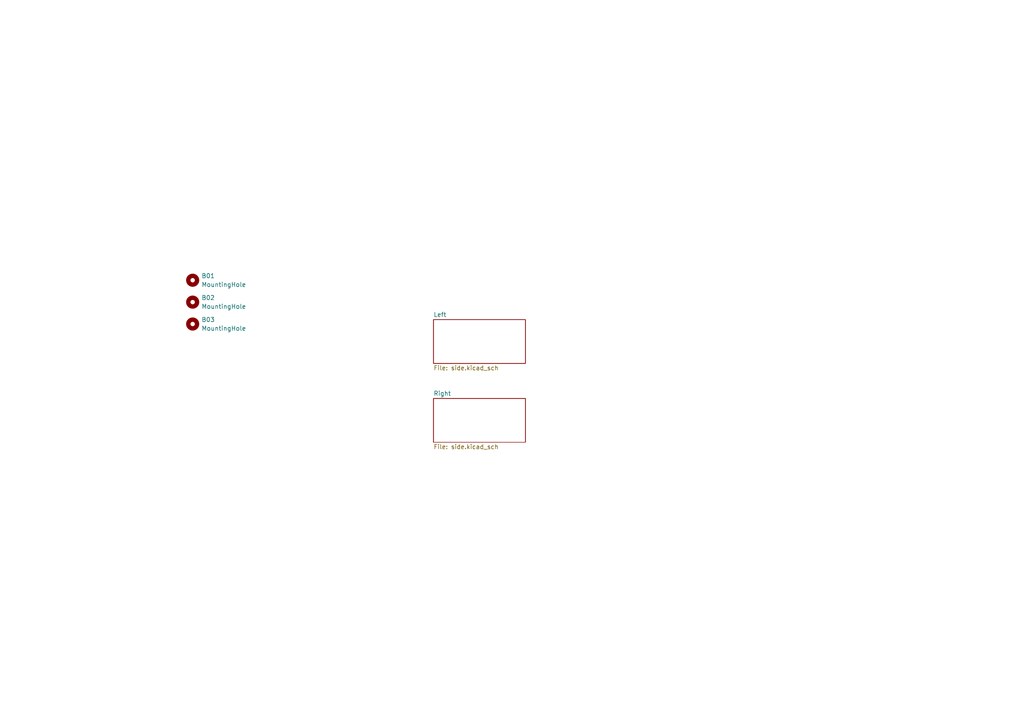
<source format=kicad_sch>
(kicad_sch
	(version 20250114)
	(generator "eeschema")
	(generator_version "9.0")
	(uuid "aa4900e4-d81d-4b62-9e13-3173c05826b8")
	(paper "A4")
	(lib_symbols
		(symbol "Mechanical:MountingHole"
			(pin_names
				(offset 1.016)
			)
			(exclude_from_sim no)
			(in_bom no)
			(on_board yes)
			(property "Reference" "H"
				(at 0 5.08 0)
				(effects
					(font
						(size 1.27 1.27)
					)
				)
			)
			(property "Value" "MountingHole"
				(at 0 3.175 0)
				(effects
					(font
						(size 1.27 1.27)
					)
				)
			)
			(property "Footprint" ""
				(at 0 0 0)
				(effects
					(font
						(size 1.27 1.27)
					)
					(hide yes)
				)
			)
			(property "Datasheet" "~"
				(at 0 0 0)
				(effects
					(font
						(size 1.27 1.27)
					)
					(hide yes)
				)
			)
			(property "Description" "Mounting Hole without connection"
				(at 0 0 0)
				(effects
					(font
						(size 1.27 1.27)
					)
					(hide yes)
				)
			)
			(property "ki_keywords" "mounting hole"
				(at 0 0 0)
				(effects
					(font
						(size 1.27 1.27)
					)
					(hide yes)
				)
			)
			(property "ki_fp_filters" "MountingHole*"
				(at 0 0 0)
				(effects
					(font
						(size 1.27 1.27)
					)
					(hide yes)
				)
			)
			(symbol "MountingHole_0_1"
				(circle
					(center 0 0)
					(radius 1.27)
					(stroke
						(width 1.27)
						(type default)
					)
					(fill
						(type none)
					)
				)
			)
			(embedded_fonts no)
		)
	)
	(symbol
		(lib_id "Mechanical:MountingHole")
		(at 55.88 81.28 0)
		(unit 1)
		(exclude_from_sim no)
		(in_bom no)
		(on_board yes)
		(dnp no)
		(fields_autoplaced yes)
		(uuid "a1ebf4cf-8a33-4bcc-877c-3c389ed915fa")
		(property "Reference" "B01"
			(at 58.42 80.0099 0)
			(effects
				(font
					(size 1.27 1.27)
				)
				(justify left)
			)
		)
		(property "Value" "MountingHole"
			(at 58.42 82.5499 0)
			(effects
				(font
					(size 1.27 1.27)
				)
				(justify left)
			)
		)
		(property "Footprint" ""
			(at 55.88 81.28 0)
			(effects
				(font
					(size 1.27 1.27)
				)
				(hide yes)
			)
		)
		(property "Datasheet" "~"
			(at 55.88 81.28 0)
			(effects
				(font
					(size 1.27 1.27)
				)
				(hide yes)
			)
		)
		(property "Description" "Mounting Hole without connection"
			(at 55.88 81.28 0)
			(effects
				(font
					(size 1.27 1.27)
				)
				(hide yes)
			)
		)
		(instances
			(project ""
				(path "/aa4900e4-d81d-4b62-9e13-3173c05826b8"
					(reference "B01")
					(unit 1)
				)
			)
		)
	)
	(symbol
		(lib_id "Mechanical:MountingHole")
		(at 55.88 87.63 0)
		(unit 1)
		(exclude_from_sim no)
		(in_bom no)
		(on_board yes)
		(dnp no)
		(fields_autoplaced yes)
		(uuid "afe6553d-5e86-4650-ae6d-338b92c3f82f")
		(property "Reference" "B02"
			(at 58.42 86.3599 0)
			(effects
				(font
					(size 1.27 1.27)
				)
				(justify left)
			)
		)
		(property "Value" "MountingHole"
			(at 58.42 88.8999 0)
			(effects
				(font
					(size 1.27 1.27)
				)
				(justify left)
			)
		)
		(property "Footprint" ""
			(at 55.88 87.63 0)
			(effects
				(font
					(size 1.27 1.27)
				)
				(hide yes)
			)
		)
		(property "Datasheet" "~"
			(at 55.88 87.63 0)
			(effects
				(font
					(size 1.27 1.27)
				)
				(hide yes)
			)
		)
		(property "Description" "Mounting Hole without connection"
			(at 55.88 87.63 0)
			(effects
				(font
					(size 1.27 1.27)
				)
				(hide yes)
			)
		)
		(instances
			(project "CreamyKeyz"
				(path "/aa4900e4-d81d-4b62-9e13-3173c05826b8"
					(reference "B02")
					(unit 1)
				)
			)
		)
	)
	(symbol
		(lib_id "Mechanical:MountingHole")
		(at 55.88 93.98 0)
		(unit 1)
		(exclude_from_sim no)
		(in_bom no)
		(on_board yes)
		(dnp no)
		(fields_autoplaced yes)
		(uuid "cf9b5c5a-f4b0-4efe-a7f8-42f2c8b05ff4")
		(property "Reference" "B03"
			(at 58.42 92.7099 0)
			(effects
				(font
					(size 1.27 1.27)
				)
				(justify left)
			)
		)
		(property "Value" "MountingHole"
			(at 58.42 95.2499 0)
			(effects
				(font
					(size 1.27 1.27)
				)
				(justify left)
			)
		)
		(property "Footprint" ""
			(at 55.88 93.98 0)
			(effects
				(font
					(size 1.27 1.27)
				)
				(hide yes)
			)
		)
		(property "Datasheet" "~"
			(at 55.88 93.98 0)
			(effects
				(font
					(size 1.27 1.27)
				)
				(hide yes)
			)
		)
		(property "Description" "Mounting Hole without connection"
			(at 55.88 93.98 0)
			(effects
				(font
					(size 1.27 1.27)
				)
				(hide yes)
			)
		)
		(instances
			(project "CreamyKeyz"
				(path "/aa4900e4-d81d-4b62-9e13-3173c05826b8"
					(reference "B03")
					(unit 1)
				)
			)
		)
	)
	(sheet
		(at 125.73 115.57)
		(size 26.67 12.7)
		(exclude_from_sim no)
		(in_bom yes)
		(on_board yes)
		(dnp no)
		(fields_autoplaced yes)
		(stroke
			(width 0.1524)
			(type solid)
		)
		(fill
			(color 0 0 0 0.0000)
		)
		(uuid "d76bb9b3-c418-46dc-aa05-b7d7fc4e1b07")
		(property "Sheetname" "Right"
			(at 125.73 114.8584 0)
			(effects
				(font
					(size 1.27 1.27)
				)
				(justify left bottom)
			)
		)
		(property "Sheetfile" "side.kicad_sch"
			(at 125.73 128.8546 0)
			(effects
				(font
					(size 1.27 1.27)
				)
				(justify left top)
			)
		)
		(instances
			(project "CreamyKeyz"
				(path "/aa4900e4-d81d-4b62-9e13-3173c05826b8"
					(page "3")
				)
			)
		)
	)
	(sheet
		(at 125.73 92.71)
		(size 26.67 12.7)
		(exclude_from_sim no)
		(in_bom yes)
		(on_board yes)
		(dnp no)
		(fields_autoplaced yes)
		(stroke
			(width 0.1524)
			(type solid)
		)
		(fill
			(color 0 0 0 0.0000)
		)
		(uuid "f08d0b2e-5fa7-4e8a-9a60-ecf495d02b53")
		(property "Sheetname" "Left"
			(at 125.73 91.9984 0)
			(effects
				(font
					(size 1.27 1.27)
				)
				(justify left bottom)
			)
		)
		(property "Sheetfile" "side.kicad_sch"
			(at 125.73 105.9946 0)
			(effects
				(font
					(size 1.27 1.27)
				)
				(justify left top)
			)
		)
		(instances
			(project "CreamyKeyz"
				(path "/aa4900e4-d81d-4b62-9e13-3173c05826b8"
					(page "2")
				)
			)
		)
	)
	(sheet_instances
		(path "/"
			(page "1")
		)
	)
	(embedded_fonts no)
)

</source>
